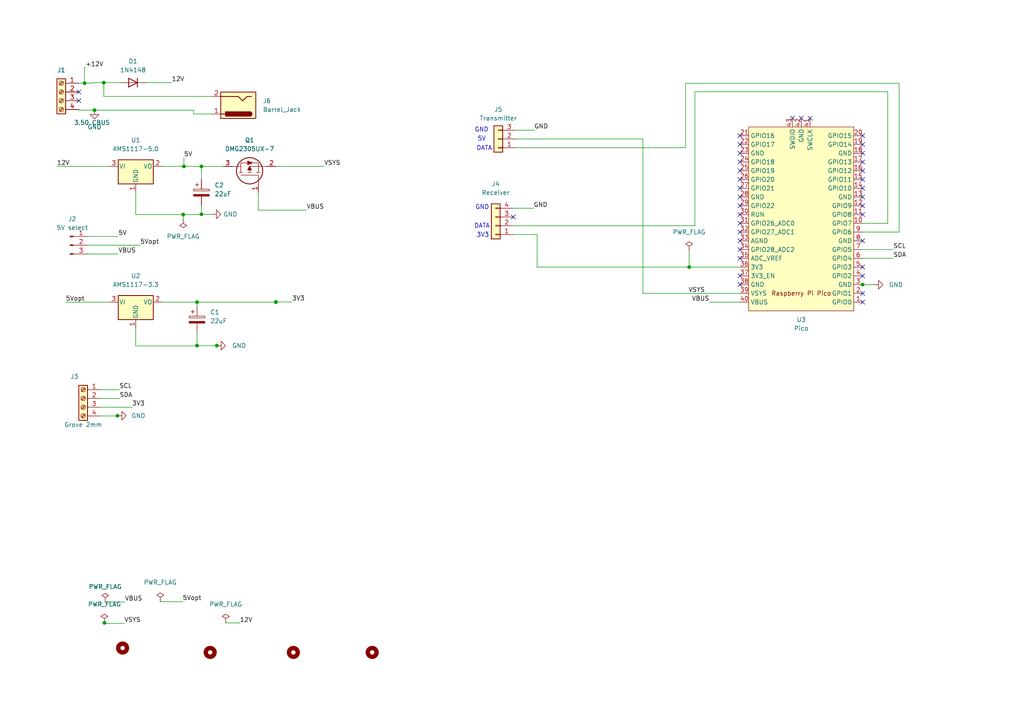
<source format=kicad_sch>
(kicad_sch (version 20211123) (generator eeschema)
  (paper "A4")
  (title_block (title "Pico RF transmit Receive ") (date "2024-06-29") (rev "1.0"))
  (lib_symbols
    (symbol "Connector:Barrel_Jack" (pin_names (offset 1.016))
      (property "Reference" "J" (at 0 5.334 0))
      (property "Value" "Barrel_Jack" (at 0 -5.08 0))
      (symbol "Barrel_Jack_0_1"
        (rectangle (start -5.08 3.81) (end 5.08 -3.81) (stroke (width 0.254)) (fill (type background)))
        (arc (start -3.302 3.175) (mid -3.937 2.54) (end -3.302 1.905) (stroke (width 0.254)))
        (arc (start -3.302 3.175) (mid -3.937 2.54) (end -3.302 1.905) (stroke (width 0.254)) (fill (type outline)))
        (polyline (pts (xy 5.08 2.54) (xy 3.81 2.54)) (stroke (width 0.254)))
        (polyline (pts (xy -3.81 -2.54) (xy -2.54 -2.54) (xy -1.27 -1.27) (xy 0 -2.54) (xy 2.54 -2.54) (xy 5.08 -2.54)) (stroke (width 0.254)))
        (rectangle (start 3.683 3.175) (end -3.302 1.905) (stroke (width 0.254)) (fill (type outline)))
      )
      (symbol "Barrel_Jack_1_1"
        (pin passive line (at 7.62 2.54 180) (length 2.54) (name "~") (number "1"))
        (pin passive line (at 7.62 -2.54 180) (length 2.54) (name "~") (number "2"))
      )
    )
    (symbol "Connector:Conn_01x03_Male" (pin_names (offset 1.016) hide)
      (property "Reference" "J" (at 0 5.08 0))
      (property "Value" "Conn_01x03_Male" (at 0 -5.08 0))
      (symbol "Conn_01x03_Male_1_1"
        (polyline (pts (xy 1.27 -2.54) (xy 0.8636 -2.54)) (stroke (width 0.1524)))
        (polyline (pts (xy 1.27 0) (xy 0.8636 0)) (stroke (width 0.1524)))
        (polyline (pts (xy 1.27 2.54) (xy 0.8636 2.54)) (stroke (width 0.1524)))
        (rectangle (start 0.8636 -2.413) (end 0 -2.667) (stroke (width 0.1524)) (fill (type outline)))
        (rectangle (start 0.8636 0.127) (end 0 -0.127) (stroke (width 0.1524)) (fill (type outline)))
        (rectangle (start 0.8636 2.667) (end 0 2.413) (stroke (width 0.1524)) (fill (type outline)))
        (pin passive line (at 5.08 2.54 180) (length 3.81) (name "Pin_1") (number "1"))
        (pin passive line (at 5.08 0 180) (length 3.81) (name "Pin_2") (number "2"))
        (pin passive line (at 5.08 -2.54 180) (length 3.81) (name "Pin_3") (number "3"))
      )
    )
    (symbol "Connector:Screw_Terminal_01x04" (pin_names (offset 1.016) hide)
      (property "Reference" "J" (at 0 5.08 0))
      (property "Value" "Screw_Terminal_01x04" (at 0 -7.62 0))
      (symbol "Screw_Terminal_01x04_1_1"
        (rectangle (start -1.27 3.81) (end 1.27 -6.35) (stroke (width 0.254)) (fill (type background)))
        (circle (center 0 -5.08) (radius 0.635) (stroke (width 0.1524)))
        (circle (center 0 -2.54) (radius 0.635) (stroke (width 0.1524)))
        (polyline (pts (xy -0.5334 -4.7498) (xy 0.3302 -5.588)) (stroke (width 0.1524)))
        (polyline (pts (xy -0.5334 -2.2098) (xy 0.3302 -3.048)) (stroke (width 0.1524)))
        (polyline (pts (xy -0.5334 0.3302) (xy 0.3302 -0.508)) (stroke (width 0.1524)))
        (polyline (pts (xy -0.5334 2.8702) (xy 0.3302 2.032)) (stroke (width 0.1524)))
        (polyline (pts (xy -0.3556 -4.572) (xy 0.508 -5.4102)) (stroke (width 0.1524)))
        (polyline (pts (xy -0.3556 -2.032) (xy 0.508 -2.8702)) (stroke (width 0.1524)))
        (polyline (pts (xy -0.3556 0.508) (xy 0.508 -0.3302)) (stroke (width 0.1524)))
        (polyline (pts (xy -0.3556 3.048) (xy 0.508 2.2098)) (stroke (width 0.1524)))
        (circle (center 0 0) (radius 0.635) (stroke (width 0.1524)))
        (circle (center 0 2.54) (radius 0.635) (stroke (width 0.1524)))
        (pin passive line (at -5.08 2.54 0) (length 3.81) (name "Pin_1") (number "1"))
        (pin passive line (at -5.08 0 0) (length 3.81) (name "Pin_2") (number "2"))
        (pin passive line (at -5.08 -2.54 0) (length 3.81) (name "Pin_3") (number "3"))
        (pin passive line (at -5.08 -5.08 0) (length 3.81) (name "Pin_4") (number "4"))
      )
    )
    (symbol "Connector_Generic:Conn_01x03" (pin_names (offset 1.016) hide)
      (property "Reference" "J" (at 0 5.08 0))
      (property "Value" "Conn_01x03" (at 0 -5.08 0))
      (symbol "Conn_01x03_1_1"
        (rectangle (start -1.27 -2.413) (end 0 -2.667) (stroke (width 0.1524)))
        (rectangle (start -1.27 0.127) (end 0 -0.127) (stroke (width 0.1524)))
        (rectangle (start -1.27 2.667) (end 0 2.413) (stroke (width 0.1524)))
        (rectangle (start -1.27 3.81) (end 1.27 -3.81) (stroke (width 0.254)) (fill (type background)))
        (pin passive line (at -5.08 2.54 0) (length 3.81) (name "Pin_1") (number "1"))
        (pin passive line (at -5.08 0 0) (length 3.81) (name "Pin_2") (number "2"))
        (pin passive line (at -5.08 -2.54 0) (length 3.81) (name "Pin_3") (number "3"))
      )
    )
    (symbol "Connector_Generic:Conn_01x04" (pin_names (offset 1.016) hide)
      (property "Reference" "J" (at 0 5.08 0))
      (property "Value" "Conn_01x04" (at 0 -7.62 0))
      (symbol "Conn_01x04_1_1"
        (rectangle (start -1.27 -4.953) (end 0 -5.207) (stroke (width 0.1524)))
        (rectangle (start -1.27 -2.413) (end 0 -2.667) (stroke (width 0.1524)))
        (rectangle (start -1.27 0.127) (end 0 -0.127) (stroke (width 0.1524)))
        (rectangle (start -1.27 2.667) (end 0 2.413) (stroke (width 0.1524)))
        (rectangle (start -1.27 3.81) (end 1.27 -6.35) (stroke (width 0.254)) (fill (type background)))
        (pin passive line (at -5.08 2.54 0) (length 3.81) (name "Pin_1") (number "1"))
        (pin passive line (at -5.08 0 0) (length 3.81) (name "Pin_2") (number "2"))
        (pin passive line (at -5.08 -2.54 0) (length 3.81) (name "Pin_3") (number "3"))
        (pin passive line (at -5.08 -5.08 0) (length 3.81) (name "Pin_4") (number "4"))
      )
    )
    (symbol "DMG2305:DMG2305UX-7" (pin_names (offset 0.762))
      (property "Reference" "Q" (at 11.43 3.81 0))
      (property "Value" "DMG2305UX-7" (at 11.43 1.27 0))
      (symbol "DMG2305UX-7_0_0"
        (pin passive line (at 0 0 0) (length 2.54) (name "~") (number "1"))
        (pin passive line (at 7.62 -5.08 90) (length 2.54) (name "~") (number "2"))
        (pin passive line (at 7.62 10.16 270) (length 2.54) (name "~") (number "3"))
      )
      (symbol "DMG2305UX-7_0_1"
        (polyline (pts (xy 5.842 -0.508) (xy 5.842 0.508)) (stroke (width 0.1524)))
        (polyline (pts (xy 5.842 0) (xy 7.62 0)) (stroke (width 0.1524)))
        (polyline (pts (xy 5.842 2.032) (xy 5.842 3.048)) (stroke (width 0.1524)))
        (polyline (pts (xy 5.842 5.588) (xy 5.842 4.572)) (stroke (width 0.1524)))
        (polyline (pts (xy 7.62 2.54) (xy 5.842 2.54)) (stroke (width 0.1524)))
        (polyline (pts (xy 7.62 2.54) (xy 7.62 -2.54)) (stroke (width 0.1524)))
        (polyline (pts (xy 7.62 5.08) (xy 5.842 5.08)) (stroke (width 0.1524)))
        (polyline (pts (xy 7.62 5.08) (xy 7.62 7.62)) (stroke (width 0.1524)))
        (polyline (pts (xy 8.128 2.032) (xy 9.144 2.032)) (stroke (width 0.1524)))
        (polyline (pts (xy 2.54 0) (xy 5.08 0) (xy 5.08 5.08)) (stroke (width 0.1524)))
        (polyline (pts (xy 8.636 2.032) (xy 8.636 0) (xy 7.62 0)) (stroke (width 0.1524)))
        (polyline (pts (xy 8.636 3.048) (xy 8.636 5.08) (xy 7.62 5.08)) (stroke (width 0.1524)))
        (polyline (pts (xy 7.62 2.54) (xy 6.604 3.048) (xy 6.604 2.032) (xy 7.62 2.54)) (stroke (width 0.254)) (fill (type outline)))
        (polyline (pts (xy 8.636 2.032) (xy 8.128 3.048) (xy 9.144 3.048) (xy 8.636 2.032)) (stroke (width 0.254)) (fill (type outline)))
        (circle (center 6.35 2.54) (radius 3.81) (stroke (width 0.254)))
      )
    )
    (symbol "Device:C_Polarized" (pin_numbers hide) (pin_names (offset 0.254))
      (property "Reference" "C" (at 0.635 2.54 0))
      (property "Value" "C_Polarized" (at 0.635 -2.54 0))
      (symbol "C_Polarized_0_1"
        (rectangle (start -2.286 0.508) (end 2.286 1.016))
        (polyline (pts (xy -1.778 2.286) (xy -0.762 2.286)))
        (polyline (pts (xy -1.27 2.794) (xy -1.27 1.778)))
        (rectangle (start 2.286 -0.508) (end -2.286 -1.016) (fill (type outline)))
      )
      (symbol "C_Polarized_1_1"
        (pin passive line (at 0 3.81 270) (length 2.794) (name "~") (number "1"))
        (pin passive line (at 0 -3.81 90) (length 2.794) (name "~") (number "2"))
      )
    )
    (symbol "Diode:1N4148" (pin_numbers hide) (pin_names hide)
      (property "Reference" "D" (at 0 2.54 0))
      (property "Value" "1N4148" (at 0 -2.54 0))
      (symbol "1N4148_0_1"
        (polyline (pts (xy -1.27 1.27) (xy -1.27 -1.27)) (stroke (width 0.254)))
        (polyline (pts (xy 1.27 0) (xy -1.27 0)))
        (polyline (pts (xy 1.27 1.27) (xy 1.27 -1.27) (xy -1.27 0) (xy 1.27 1.27)) (stroke (width 0.254)))
      )
      (symbol "1N4148_1_1"
        (pin passive line (at -3.81 0 0) (length 2.54) (name "K") (number "1"))
        (pin passive line (at 3.81 0 180) (length 2.54) (name "A") (number "2"))
      )
    )
    (symbol "MCU_RaspberryPi_and_Boards:Pico"
      (property "Reference" "U" (at -13.97 27.94 0))
      (property "Value" "Pico" (at 0 19.05 0))
      (symbol "Pico_0_0"
        (text "Raspberry Pi Pico" (at 0 21.59 0) (effects (font (size 1.27 1.27))))
      )
      (symbol "Pico_0_1"
        (rectangle (start -15.24 26.67) (end 15.24 -26.67) (fill (type background)))
      )
      (symbol "Pico_1_1"
        (pin bidirectional line (at -17.78 24.13 0) (length 2.54) (name "GPIO0") (number "1"))
        (pin bidirectional line (at -17.78 1.27 0) (length 2.54) (name "GPIO7") (number "10"))
        (pin bidirectional line (at -17.78 -1.27 0) (length 2.54) (name "GPIO8") (number "11"))
        (pin bidirectional line (at -17.78 -3.81 0) (length 2.54) (name "GPIO9") (number "12"))
        (pin power_in line (at -17.78 -6.35 0) (length 2.54) (name "GND") (number "13"))
        (pin bidirectional line (at -17.78 -8.89 0) (length 2.54) (name "GPIO10") (number "14"))
        (pin bidirectional line (at -17.78 -11.43 0) (length 2.54) (name "GPIO11") (number "15"))
        (pin bidirectional line (at -17.78 -13.97 0) (length 2.54) (name "GPIO12") (number "16"))
        (pin bidirectional line (at -17.78 -16.51 0) (length 2.54) (name "GPIO13") (number "17"))
        (pin power_in line (at -17.78 -19.05 0) (length 2.54) (name "GND") (number "18"))
        (pin bidirectional line (at -17.78 -21.59 0) (length 2.54) (name "GPIO14") (number "19"))
        (pin bidirectional line (at -17.78 21.59 0) (length 2.54) (name "GPIO1") (number "2"))
        (pin bidirectional line (at -17.78 -24.13 0) (length 2.54) (name "GPIO15") (number "20"))
        (pin bidirectional line (at 17.78 -24.13 180) (length 2.54) (name "GPIO16") (number "21"))
        (pin bidirectional line (at 17.78 -21.59 180) (length 2.54) (name "GPIO17") (number "22"))
        (pin power_in line (at 17.78 -19.05 180) (length 2.54) (name "GND") (number "23"))
        (pin bidirectional line (at 17.78 -16.51 180) (length 2.54) (name "GPIO18") (number "24"))
        (pin bidirectional line (at 17.78 -13.97 180) (length 2.54) (name "GPIO19") (number "25"))
        (pin bidirectional line (at 17.78 -11.43 180) (length 2.54) (name "GPIO20") (number "26"))
        (pin bidirectional line (at 17.78 -8.89 180) (length 2.54) (name "GPIO21") (number "27"))
        (pin power_in line (at 17.78 -6.35 180) (length 2.54) (name "GND") (number "28"))
        (pin bidirectional line (at 17.78 -3.81 180) (length 2.54) (name "GPIO22") (number "29"))
        (pin power_in line (at -17.78 19.05 0) (length 2.54) (name "GND") (number "3"))
        (pin input line (at 17.78 -1.27 180) (length 2.54) (name "RUN") (number "30"))
        (pin bidirectional line (at 17.78 1.27 180) (length 2.54) (name "GPIO26_ADC0") (number "31"))
        (pin bidirectional line (at 17.78 3.81 180) (length 2.54) (name "GPIO27_ADC1") (number "32"))
        (pin power_in line (at 17.78 6.35 180) (length 2.54) (name "AGND") (number "33"))
        (pin bidirectional line (at 17.78 8.89 180) (length 2.54) (name "GPIO28_ADC2") (number "34"))
        (pin power_in line (at 17.78 11.43 180) (length 2.54) (name "ADC_VREF") (number "35"))
        (pin power_in line (at 17.78 13.97 180) (length 2.54) (name "3V3") (number "36"))
        (pin input line (at 17.78 16.51 180) (length 2.54) (name "3V3_EN") (number "37"))
        (pin bidirectional line (at 17.78 19.05 180) (length 2.54) (name "GND") (number "38"))
        (pin power_in line (at 17.78 21.59 180) (length 2.54) (name "VSYS") (number "39"))
        (pin bidirectional line (at -17.78 16.51 0) (length 2.54) (name "GPIO2") (number "4"))
        (pin power_in line (at 17.78 24.13 180) (length 2.54) (name "VBUS") (number "40"))
        (pin input line (at -2.54 -29.21 90) (length 2.54) (name "SWCLK") (number "41"))
        (pin power_in line (at 0 -29.21 90) (length 2.54) (name "GND") (number "42"))
        (pin bidirectional line (at 2.54 -29.21 90) (length 2.54) (name "SWDIO") (number "43"))
        (pin bidirectional line (at -17.78 13.97 0) (length 2.54) (name "GPIO3") (number "5"))
        (pin bidirectional line (at -17.78 11.43 0) (length 2.54) (name "GPIO4") (number "6"))
        (pin bidirectional line (at -17.78 8.89 0) (length 2.54) (name "GPIO5") (number "7"))
        (pin power_in line (at -17.78 6.35 0) (length 2.54) (name "GND") (number "8"))
        (pin bidirectional line (at -17.78 3.81 0) (length 2.54) (name "GPIO6") (number "9"))
      )
    )
    (symbol "Mechanical:MountingHole" (pin_names (offset 1.016))
      (property "Reference" "H" (at 0 5.08 0))
      (property "Value" "MountingHole" (at 0 3.175 0))
      (symbol "MountingHole_0_1"
        (circle (center 0 0) (radius 1.27) (stroke (width 1.27)))
      )
    )
    (symbol "Regulator_Linear:AMS1117-3.3" (pin_names (offset 0.254))
      (property "Reference" "U" (at -3.81 3.175 0))
      (property "Value" "AMS1117-3.3" (at 0 3.175 0))
      (symbol "AMS1117-3.3_0_1"
        (rectangle (start -5.08 -5.08) (end 5.08 1.905) (stroke (width 0.254)) (fill (type background)))
      )
      (symbol "AMS1117-3.3_1_1"
        (pin power_in line (at 0 -7.62 90) (length 2.54) (name "GND") (number "1"))
        (pin power_out line (at 7.62 0 180) (length 2.54) (name "VO") (number "2"))
        (pin power_in line (at -7.62 0 0) (length 2.54) (name "VI") (number "3"))
      )
    )
    (symbol "Regulator_Linear:AMS1117-5.0" (pin_names (offset 0.254))
      (property "Reference" "U" (at -3.81 3.175 0))
      (property "Value" "AMS1117-5.0" (at 0 3.175 0))
      (symbol "AMS1117-5.0_0_1"
        (rectangle (start -5.08 -5.08) (end 5.08 1.905) (stroke (width 0.254)) (fill (type background)))
      )
      (symbol "AMS1117-5.0_1_1"
        (pin power_in line (at 0 -7.62 90) (length 2.54) (name "GND") (number "1"))
        (pin power_out line (at 7.62 0 180) (length 2.54) (name "VO") (number "2"))
        (pin power_in line (at -7.62 0 0) (length 2.54) (name "VI") (number "3"))
      )
    )
    (symbol "power:GND" (power) (pin_names (offset 0))
      (property "Value" "GND" (at 0 -3.81 0))
      (symbol "GND_0_1"
        (polyline (pts (xy 0 0) (xy 0 -1.27) (xy 1.27 -1.27) (xy 0 -2.54) (xy -1.27 -1.27) (xy 0 -1.27)))
      )
      (symbol "GND_1_1"
        (pin power_in line (at 0 0 270) (length 0) hide (name "GND") (number "1"))
      )
    )
    (symbol "power:PWR_FLAG" (power) (pin_numbers hide) (pin_names (offset 0) hide)
      (property "Value" "PWR_FLAG" (at 0 3.81 0))
      (symbol "PWR_FLAG_0_0"
        (pin power_out line (at 0 0 90) (length 0) (name "pwr") (number "1"))
      )
      (symbol "PWR_FLAG_0_1"
        (polyline (pts (xy 0 0) (xy 0 1.27) (xy -1.016 1.905) (xy 0 2.54) (xy 1.016 1.905) (xy 0 1.27)))
      )
    )
  )
  (junction (at 80.01 87.63))
  (junction (at 27.4135 31.9563))
  (junction (at 34.065 120.5719))
  (junction (at 58.42 62.1444))
  (junction (at 53.1444 62.23))
  (junction (at 250.19 82.55))
  (junction (at 30.293 180.6696))
  (junction (at 53.34 48.26))
  (junction (at 199.8815 77.47))
  (junction (at 62.877 100.2379))
  (junction (at 58.42 48.26))
  (junction (at 24.5121 24.13))
  (junction (at 80.01 87.5771))
  (junction (at 57.15 100.2425))
  (junction (at 30.1068 23.9707))
  (junction (at 57.15 87.63))
  (no_connect (at 214.63 59.69))
  (no_connect (at 214.63 39.37))
  (no_connect (at 214.63 80.01))
  (no_connect (at 250.19 49.53))
  (no_connect (at 214.63 69.85))
  (no_connect (at 234.95 34.29))
  (no_connect (at 214.63 46.99))
  (no_connect (at 214.63 54.61))
  (no_connect (at 214.63 62.23))
  (no_connect (at 214.63 74.93))
  (no_connect (at 250.19 87.63))
  (no_connect (at 22.86 26.67))
  (no_connect (at 250.19 44.45))
  (no_connect (at 250.19 77.47))
  (no_connect (at 214.63 44.45))
  (no_connect (at 214.63 72.39))
  (no_connect (at 214.63 82.55))
  (no_connect (at 250.19 54.61))
  (no_connect (at 250.19 52.07))
  (no_connect (at 214.63 67.31))
  (no_connect (at 250.19 85.09))
  (no_connect (at 148.863 62.9363))
  (no_connect (at 232.41 34.29))
  (no_connect (at 250.19 80.01))
  (no_connect (at 22.86 29.21))
  (no_connect (at 214.63 57.15))
  (no_connect (at 229.87 34.29))
  (no_connect (at 214.63 49.53))
  (no_connect (at 250.19 59.69))
  (no_connect (at 214.63 41.91))
  (no_connect (at 250.19 46.99))
  (no_connect (at 250.19 62.23))
  (no_connect (at 250.19 69.85))
  (no_connect (at 214.63 64.77))
  (no_connect (at 214.63 52.07))
  (no_connect (at 250.19 39.37))
  (no_connect (at 250.19 57.15))
  (no_connect (at 250.19 41.91))
  (wire (pts (xy 24.5121 24.13) (xy 24.5121 19.651)))
  (wire (pts (xy 27.4135 31.9563) (xy 56.1509 31.9563)))
  (wire (pts (xy 257.4811 26.6046) (xy 257.4811 64.77)))
  (wire (pts (xy 80.01 48.26) (xy 93.98 48.26)))
  (wire (pts (xy 214.63 77.47) (xy 199.8815 77.47)))
  (wire (pts (xy 62.877 100.2425) (xy 62.877 100.2379)))
  (wire (pts (xy 34.5851 113.03) (xy 34.5851 112.9493)))
  (wire (pts (xy 29.21 118.11) (xy 38.2808 118.11)))
  (wire (pts (xy 39.37 55.88) (xy 39.37 62.23)))
  (wire (pts (xy 26.67 23.9707) (xy 26.67 24.13)))
  (wire (pts (xy 186.4763 40.3091) (xy 186.4763 85.09)))
  (wire (pts (xy 257.4811 64.77) (xy 250.19 64.77)))
  (wire (pts (xy 250.19 74.93) (xy 259.08 74.93)))
  (wire (pts (xy 58.42 62.1444) (xy 58.42 62.23)))
  (wire (pts (xy 58.42 48.26) (xy 58.42 52.07)))
  (wire (pts (xy 42.3851 23.9707) (xy 49.8013 23.9707)))
  (wire (pts (xy 198.8163 24.1548) (xy 260.7788 24.1548)))
  (wire (pts (xy 57.15 100.2425) (xy 62.877 100.2425)))
  (wire (pts (xy 148.863 60.3963) (xy 154.7512 60.3963)))
  (wire (pts (xy 205.74 87.63) (xy 214.63 87.63)))
  (wire (pts (xy 155.7832 77.47) (xy 155.7832 68.0163)))
  (wire (pts (xy 58.42 59.69) (xy 58.42 62.1444)))
  (wire (pts (xy 19.05 87.63) (xy 31.75 87.63)))
  (wire (pts (xy 34.065 120.65) (xy 34.065 120.5719)))
  (wire (pts (xy 34.6544 115.57) (xy 34.6544 115.5812)))
  (wire (pts (xy 22.86 31.9563) (xy 22.86 31.75)))
  (wire (pts (xy 198.8163 42.8491) (xy 198.8163 24.1548)))
  (wire (pts (xy 201.5471 65.4763) (xy 201.5471 26.6046)))
  (wire (pts (xy 149.6139 37.7691) (xy 154.9231 37.7691)))
  (wire (pts (xy 39.37 100.33) (xy 57.15 100.33)))
  (wire (pts (xy 29.21 113.03) (xy 34.5851 113.03)))
  (wire (pts (xy 149.6139 42.8491) (xy 198.8163 42.8491)))
  (wire (pts (xy 250.19 82.5868) (xy 250.19 82.55)))
  (wire (pts (xy 25.4 68.58) (xy 34.29 68.58)))
  (wire (pts (xy 53.1444 62.23) (xy 58.42 62.23)))
  (wire (pts (xy 16.51 48.26) (xy 31.75 48.26)))
  (wire (pts (xy 30.1068 27.9788) (xy 30.1068 23.9707)))
  (wire (pts (xy 260.7788 24.1548) (xy 260.7788 67.31)))
  (wire (pts (xy 56.1509 33.0588) (xy 61.4947 33.0588)))
  (wire (pts (xy 57.15 96.52) (xy 57.15 100.2425)))
  (wire (pts (xy 253.5314 82.5868) (xy 250.19 82.5868)))
  (wire (pts (xy 36.0337 180.8186) (xy 30.293 180.8186)))
  (wire (pts (xy 39.37 62.23) (xy 53.1444 62.23)))
  (wire (pts (xy 201.5471 26.6046) (xy 257.4811 26.6046)))
  (wire (pts (xy 260.7788 67.31) (xy 250.19 67.31)))
  (wire (pts (xy 25.4 71.12) (xy 40.64 71.12)))
  (wire (pts (xy 155.7832 68.0163) (xy 148.863 68.0163)))
  (wire (pts (xy 149.6139 40.3091) (xy 186.4763 40.3091)))
  (wire (pts (xy 53.34 45.72) (xy 53.34 48.26)))
  (wire (pts (xy 22.86 31.9563) (xy 27.4135 31.9563)))
  (wire (pts (xy 52.9373 174.5064) (xy 52.9373 174.4588)))
  (wire (pts (xy 39.37 95.25) (xy 39.37 100.33)))
  (wire (pts (xy 25.4 73.66) (xy 34.29 73.66)))
  (wire (pts (xy 154.7512 60.3963) (xy 154.7512 60.4473)))
  (wire (pts (xy 24.5121 24.13) (xy 26.67 24.13)))
  (wire (pts (xy 74.93 60.96) (xy 88.9 60.96)))
  (wire (pts (xy 84.672 87.5771) (xy 80.01 87.5771)))
  (wire (pts (xy 148.863 65.4763) (xy 201.5471 65.4763)))
  (wire (pts (xy 57.15 87.63) (xy 80.01 87.63)))
  (wire (pts (xy 22.86 24.13) (xy 24.5121 24.13)))
  (wire (pts (xy 57.15 100.2425) (xy 57.15 100.33)))
  (wire (pts (xy 29.21 120.65) (xy 34.065 120.65)))
  (wire (pts (xy 34.7651 23.9707) (xy 30.1068 23.9707)))
  (wire (pts (xy 30.5108 174.6262) (xy 36.2011 174.6262)))
  (wire (pts (xy 46.4714 174.5064) (xy 52.9373 174.5064)))
  (wire (pts (xy 58.42 62.1444) (xy 61.51 62.1444)))
  (wire (pts (xy 154.9231 37.7691) (xy 154.9231 37.6769)))
  (wire (pts (xy 24.5121 19.651) (xy 24.7497 19.651)))
  (wire (pts (xy 57.15 87.63) (xy 57.15 88.9)))
  (wire (pts (xy 56.1509 31.9563) (xy 56.1509 33.0588)))
  (wire (pts (xy 199.8815 72.6681) (xy 199.8815 77.47)))
  (wire (pts (xy 250.19 72.39) (xy 259.08 72.39)))
  (wire (pts (xy 74.93 60.96) (xy 74.93 55.88)))
  (wire (pts (xy 53.34 48.26) (xy 58.42 48.26)))
  (wire (pts (xy 80.01 87.5771) (xy 80.01 87.63)))
  (wire (pts (xy 53.1444 62.23) (xy 53.1444 63.4959)))
  (wire (pts (xy 46.99 87.63) (xy 57.15 87.63)))
  (wire (pts (xy 61.4947 27.9788) (xy 30.1068 27.9788)))
  (wire (pts (xy 30.1068 23.9707) (xy 26.67 23.9707)))
  (wire (pts (xy 69.5486 180.6696) (xy 69.5486 180.8186)))
  (wire (pts (xy 65.4745 180.6696) (xy 69.5486 180.6696)))
  (wire (pts (xy 186.4763 85.09) (xy 214.63 85.09)))
  (wire (pts (xy 46.99 48.26) (xy 53.34 48.26)))
  (wire (pts (xy 30.293 180.8186) (xy 30.293 180.6696)))
  (wire (pts (xy 199.8815 77.47) (xy 155.7832 77.47)))
  (wire (pts (xy 38.2808 118.11) (xy 38.2808 118.0266)))
  (wire (pts (xy 29.21 115.57) (xy 34.6544 115.57)))
  (wire (pts (xy 58.42 48.26) (xy 64.77 48.26)))
  (text "GND\n" (at 137.6397 38.4765 0) (effects (font (size 1.27 1.27)) (justify left bottom)))
  (text "GND\n" (at 137.8326 60.9438 0) (effects (font (size 1.27 1.27)) (justify left bottom)))
  (text "DATA" (at 138.164 43.8245 0) (effects (font (size 1.27 1.27)) (justify left bottom)))
  (text "3V3\n" (at 138.172 69.0029 0) (effects (font (size 1.27 1.27)) (justify left bottom)))
  (text "DATA\n" (at 137.4933 66.3731 0) (effects (font (size 1.27 1.27)) (justify left bottom)))
  (text "5V" (at 138.4786 41.0981 0) (effects (font (size 1.27 1.27)) (justify left bottom)))
  (label "VBUS" (at 34.29 73.66 0))
  (label "12V" (at 16.51 48.26 0))
  (label "VBUS" (at 88.9 60.96 0))
  (label "VBUS" (at 205.74 87.63 180))
  (label "GND" (at 154.9231 37.6769 0))
  (label "+12V" (at 24.7497 19.651 0))
  (label "3V3" (at 38.2808 118.0266 0))
  (label "SDA" (at 259.08 74.93 0))
  (label "3V3" (at 84.672 87.5771 0))
  (label "5Vopt" (at 40.64 71.12 0))
  (label "5Vopt" (at 19.05 87.63 0))
  (label "12V" (at 49.8013 23.9707 0))
  (label "5V" (at 34.29 68.58 0))
  (label "VSYS" (at 204.47 85.09 180))
  (label "5Vopt" (at 52.9373 174.4588 0))
  (label "5V" (at 53.34 45.72 0))
  (label "SCL" (at 259.08 72.39 0))
  (label "VBUS" (at 36.2011 174.6262 0))
  (label "GND" (at 154.7512 60.4473 0))
  (label "SDA" (at 34.6544 115.5812 0))
  (label "VSYS" (at 36.0337 180.8186 0))
  (label "12V" (at 69.5486 180.8186 0))
  (label "SCL" (at 34.5851 112.9493 0))
  (label "VSYS" (at 93.98 48.26 0))
  (symbol (lib_id "Mechanical:MountingHole") (at 107.95 189.23 0) (unit 1)
    (property "Reference" "H4" (effects hide))
    (property "Value" "MountingHole" (effects hide))
    (property "Footprint" "MountingHole:MountingHole_3.2mm_M3" (effects hide))
  )
  (symbol (lib_id "power:PWR_FLAG") (at 46.4714 174.5064 0) (unit 1)
    (property "Reference" "#FLG03" (effects hide))
    (property "Value" "PWR_FLAG" (at 46.4714 168.91 0))
  )
  (symbol (lib_id "power:PWR_FLAG") (at 30.293 180.6696 0) (unit 1)
    (property "Reference" "#FLG01" (effects hide))
    (property "Value" "PWR_FLAG" (at 30.293 175.26 0))
  )
  (symbol (lib_id "Device:C_Polarized") (at 57.15 92.71 0) (unit 1)
    (property "Reference" "C1" (at 60.96 90.5509 0) (effects (justify left)))
    (property "Value" "22uF" (at 60.96 93.0909 0) (effects (justify left)))
    (property "Footprint" "Capacitor_THT:CP_Radial_Tantal_D7.0mm_P5.00mm" (effects hide))
  )
  (symbol (lib_id "power:PWR_FLAG") (at 53.1444 63.4959 180) (unit 1)
    (property "Reference" "#FLG04" (effects hide))
    (property "Value" "PWR_FLAG" (at 53.1444 68.58 0))
  )
  (symbol (lib_id "power:PWR_FLAG") (at 65.4745 180.6696 0) (unit 1)
    (property "Reference" "#FLG05" (effects hide))
    (property "Value" "PWR_FLAG" (at 65.4745 175.26 0))
  )
  (symbol (lib_id "DMG2305:DMG2305UX-7") (at 74.93 55.88 90) (unit 1)
    (property "Reference" "Q1" (at 72.39 40.64 90))
    (property "Value" "DMG2305UX-7" (at 72.39 43.18 90))
    (property "Footprint" "Package_TO_SOT_SMD:SOT-23" (effects hide))
    (property "Datasheet" "https://www.diodes.com/assets/Datasheets/DMG2305UX.pdf" (effects hide))
    (property "Description" "MOSFET P-Ch 20V 5A Enhancement SOT23 Diodes Inc DMG2305UX-7 P-channel MOSFET Transistor, -3.3 A, -20 V, 3-Pin SOT-23" (effects hide))
    (property "Height" "1.1" (effects hide))
    (property "Mouser Part Number" "621-DMG2305UX-7" (effects hide))
    (property "Mouser Price/Stock" "https://www.mouser.co.uk/ProductDetail/Diodes-Incorporated/DMG2305UX-7?qs=L1DZKBg7t5F%2FNBHrjfxC%252Bg%3D%3D" (effects hide))
    (property "Manufacturer_Name" "Diodes Inc." (effects hide))
    (property "Manufacturer_Part_Number" "DMG2305UX-7" (effects hide))
  )
  (symbol (lib_id "Connector_Generic:Conn_01x04") (at 143.783 65.4763 180) (unit 1)
    (property "Reference" "J4" (at 143.783 53.34 0))
    (property "Value" "Receiver" (at 143.783 55.88 0))
    (property "Footprint" "Connector_PinHeader_2.54mm:PinHeader_1x04_P2.54mm_Vertical" (effects hide))
  )
  (symbol (lib_id "Mechanical:MountingHole") (at 35.56 187.96 0) (unit 1)
    (property "Reference" "H1" (effects hide))
    (property "Value" "MountingHole" (effects hide))
    (property "Footprint" "MountingHole:MountingHole_3.2mm_M3" (effects hide))
  )
  (symbol (lib_id "Connector:Barrel_Jack") (at 69.1147 30.5188 180) (unit 1)
    (property "Reference" "J6" (at 76.2 29.2487 0) (effects (justify right)))
    (property "Value" "Barrel_Jack" (at 76.2 31.7887 0) (effects (justify right)))
    (property "Footprint" "Connector_BarrelJack:BarrelJack_CUI_PJ-102AH_Horizontal" (effects hide))
  )
  (symbol (lib_id "Connector:Screw_Terminal_01x04") (at 24.13 115.57 0) (mirror y) (unit 1)
    (property "Reference" "J3" (at 21.59 109.22 0))
    (property "Value" "Grove 2mm" (at 24.13 123.19 0))
    (property "Footprint" "OPL_Connector:HW4-2.0" (effects hide))
  )
  (symbol (lib_id "Connector:Screw_Terminal_01x04") (at 17.78 26.67 0) (mirror y) (unit 1)
    (property "Reference" "J1" (at 17.78 20.32 0))
    (property "Value" "3.50 CBUS " (at 26.67 35.56 0))
    (property "Footprint" "TerminalBlock_Phoenix:TerminalBlock_Phoenix_PT-1,5-4-3.5-H_1x04_P3.50mm_Horizontal" (effects hide))
  )
  (symbol (lib_id "power:GND") (at 34.065 120.5719 90) (mirror x) (unit 1)
    (property "Reference" "#PWR02" (effects hide))
    (property "Value" "GND" (at 38.1 120.5718 90) (effects (justify right)))
  )
  (symbol (lib_id "Device:C_Polarized") (at 58.42 55.88 0) (unit 1)
    (property "Reference" "C2" (at 62.23 53.7209 0) (effects (justify left)))
    (property "Value" "22uF" (at 62.23 56.2609 0) (effects (justify left)))
    (property "Footprint" "Capacitor_THT:CP_Radial_Tantal_D7.0mm_P5.00mm" (effects hide))
  )
  (symbol (lib_id "Connector:Conn_01x03_Male") (at 20.32 71.12 0) (unit 1)
    (property "Reference" "J2" (at 20.955 63.5 0))
    (property "Value" "5V select" (at 20.955 66.04 0))
    (property "Footprint" "Connector_PinHeader_2.54mm:PinHeader_1x03_P2.54mm_Vertical" (effects hide))
  )
  (symbol (lib_id "Regulator_Linear:AMS1117-5.0") (at 39.37 48.26 0) (unit 1)
    (property "Reference" "U1" (at 39.37 40.64 0))
    (property "Value" "AMS1117-5.0" (at 39.37 43.18 0))
    (property "Footprint" "Package_TO_SOT_SMD:SOT-223-3_TabPin2" (effects hide))
    (property "Datasheet" "http://www.advanced-monolithic.com/pdf/ds1117.pdf" (effects hide))
  )
  (symbol (lib_id "Mechanical:MountingHole") (at 60.96 189.23 0) (unit 1)
    (property "Reference" "H2" (effects hide))
    (property "Value" "MountingHole" (effects hide))
    (property "Footprint" "MountingHole:MountingHole_3.2mm_M3" (effects hide))
  )
  (symbol (lib_id "power:GND") (at 27.4135 31.9563 0) (unit 1)
    (property "Reference" "#PWR01" (effects hide))
    (property "Value" "GND" (at 27.4135 36.83 0))
  )
  (symbol (lib_id "Regulator_Linear:AMS1117-3.3") (at 39.37 87.63 0) (unit 1)
    (property "Reference" "U2" (at 39.37 80.01 0))
    (property "Value" "AMS1117-3.3" (at 39.37 82.55 0))
    (property "Footprint" "Package_TO_SOT_SMD:SOT-223-3_TabPin2" (effects hide))
    (property "Datasheet" "http://www.advanced-monolithic.com/pdf/ds1117.pdf" (effects hide))
  )
  (symbol (lib_id "MCU_RaspberryPi_and_Boards:Pico") (at 232.41 63.5 180) (unit 1)
    (property "Reference" "U3" (at 232.41 92.71 0))
    (property "Value" "Pico" (at 232.41 95.25 0))
    (property "Footprint" "MCU_RaspberryPi_and_Boards:RP2040Pico" (effects hide))
  )
  (symbol (lib_id "Diode:1N4148") (at 38.5751 23.9707 180) (unit 1)
    (property "Reference" "D1" (at 38.5751 17.78 0))
    (property "Value" "1N4148" (at 38.5751 20.32 0))
    (property "Footprint" "Diode_THT:D_DO-35_SOD27_P7.62mm_Horizontal" (effects hide))
    (property "Datasheet" "https://assets.nexperia.com/documents/data-sheet/1N4148_1N4448.pdf" (effects hide))
  )
  (symbol (lib_id "Mechanical:MountingHole") (at 85.09 189.23 0) (unit 1)
    (property "Reference" "H3" (effects hide))
    (property "Value" "MountingHole" (effects hide))
    (property "Footprint" "MountingHole:MountingHole_3.2mm_M3" (effects hide))
  )
  (symbol (lib_id "Connector_Generic:Conn_01x03") (at 144.5339 40.3091 180) (unit 1)
    (property "Reference" "J5" (at 144.5339 31.75 0))
    (property "Value" "Transmitter" (at 144.5339 34.29 0))
    (property "Footprint" "Connector_PinHeader_2.54mm:PinHeader_1x03_P2.54mm_Vertical" (effects hide))
  )
  (symbol (lib_id "power:GND") (at 62.877 100.2379 90) (unit 1)
    (property "Reference" "#PWR04" (effects hide))
    (property "Value" "GND" (at 67.31 100.2378 90) (effects (justify right)))
  )
  (symbol (lib_id "power:PWR_FLAG") (at 199.8815 72.6681 0) (unit 1)
    (property "Reference" "#FLG0101" (effects hide))
    (property "Value" "PWR_FLAG" (at 199.8815 67.31 0))
  )
  (symbol (lib_id "power:PWR_FLAG") (at 30.5108 174.6262 0) (unit 1)
    (property "Reference" "#FLG02" (effects hide))
    (property "Value" "PWR_FLAG" (at 30.5108 170.18 0))
  )
  (symbol (lib_id "power:GND") (at 253.5314 82.5868 90) (unit 1)
    (property "Reference" "#PWR05" (effects hide))
    (property "Value" "GND" (at 257.81 82.5867 90) (effects (justify right)))
  )
  (symbol (lib_id "power:GND") (at 61.51 62.1444 90) (unit 1)
    (property "Reference" "#PWR03" (effects hide))
    (property "Value" "GND" (at 64.77 62.1443 90) (effects (justify right)))
  )
)
</source>
